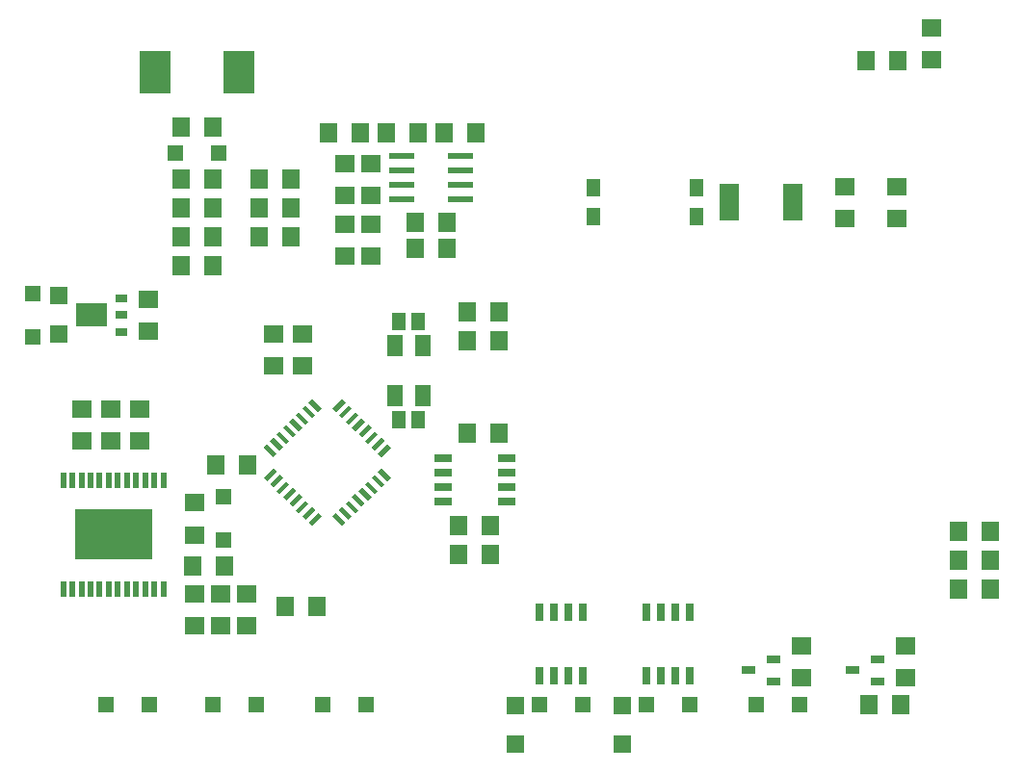
<source format=gbr>
G04 EAGLE Gerber RS-274X export*
G75*
%MOMM*%
%FSLAX34Y34*%
%LPD*%
%INSolderpaste Top*%
%IPPOS*%
%AMOC8*
5,1,8,0,0,1.08239X$1,22.5*%
G01*
%ADD10R,1.800000X3.200000*%
%ADD11R,1.600000X1.803000*%
%ADD12R,1.600000X1.800000*%
%ADD13R,2.200000X0.600000*%
%ADD14R,1.803000X1.600000*%
%ADD15R,1.800000X1.600000*%
%ADD16R,1.270000X0.635000*%
%ADD17R,1.400000X1.400000*%
%ADD18R,1.300000X1.500000*%
%ADD19R,1.100000X0.700000*%
%ADD20R,2.800000X2.000000*%
%ADD21R,1.200000X0.400000*%
%ADD22R,1.524000X0.711200*%
%ADD23R,1.400000X1.900000*%
%ADD24R,0.500000X1.400000*%
%ADD25R,6.800000X4.400000*%
%ADD26R,1.600000X1.600000*%
%ADD27R,2.800000X3.800000*%
%ADD28R,0.711200X1.524000*%


D10*
X713800Y508000D03*
X657800Y508000D03*
D11*
X448560Y198120D03*
X420120Y198120D03*
X204720Y574040D03*
X176280Y574040D03*
D12*
X176500Y528320D03*
X204500Y528320D03*
D11*
X204720Y477520D03*
X176280Y477520D03*
D12*
X176500Y452120D03*
X204500Y452120D03*
D11*
X435860Y568960D03*
X407420Y568960D03*
X385060Y568960D03*
X356620Y568960D03*
D13*
X422240Y523240D03*
X370240Y523240D03*
X422240Y510540D03*
X422240Y535940D03*
X422240Y548640D03*
X370240Y510540D03*
X370240Y535940D03*
X370240Y548640D03*
D11*
X382020Y490220D03*
X410460Y490220D03*
D14*
X342900Y514100D03*
X342900Y542540D03*
X342900Y460760D03*
X342900Y489200D03*
D11*
X305820Y568960D03*
X334260Y568960D03*
D15*
X320040Y542320D03*
X320040Y514320D03*
X320040Y460980D03*
X320040Y488980D03*
D14*
X721360Y89920D03*
X721360Y118360D03*
D16*
X696800Y86520D03*
X674800Y96520D03*
X696800Y106520D03*
D14*
X812800Y89920D03*
X812800Y118360D03*
D16*
X788240Y86520D03*
X766240Y96520D03*
X788240Y106520D03*
D11*
X427740Y411480D03*
X456180Y411480D03*
D12*
X455960Y386080D03*
X427960Y386080D03*
D11*
X859540Y193040D03*
X887980Y193040D03*
D12*
X859760Y167640D03*
X887760Y167640D03*
D11*
X859540Y218440D03*
X887980Y218440D03*
D14*
X835660Y661920D03*
X835660Y633480D03*
X805180Y522220D03*
X805180Y493780D03*
D17*
X45720Y389940D03*
X45720Y427940D03*
X720040Y66040D03*
X682040Y66040D03*
D18*
X629200Y495300D03*
X629200Y520700D03*
X539200Y520700D03*
X539200Y495300D03*
D19*
X124180Y423940D03*
X124180Y393940D03*
D20*
X97680Y408940D03*
D19*
X124180Y408940D03*
D14*
X187960Y135640D03*
X187960Y164080D03*
D15*
X233680Y135860D03*
X233680Y163860D03*
D14*
X210820Y135640D03*
X210820Y164080D03*
D12*
X382240Y467360D03*
X410240Y467360D03*
D14*
X759460Y493780D03*
X759460Y522220D03*
D11*
X778260Y632460D03*
X806700Y632460D03*
D21*
G36*
X329549Y251822D02*
X338033Y243338D01*
X335205Y240510D01*
X326721Y248994D01*
X329549Y251822D01*
G37*
G36*
X323892Y246165D02*
X332376Y237681D01*
X329548Y234853D01*
X321064Y243337D01*
X323892Y246165D01*
G37*
G36*
X318235Y240508D02*
X326719Y232024D01*
X323891Y229196D01*
X315407Y237680D01*
X318235Y240508D01*
G37*
G36*
X312579Y234851D02*
X321063Y226367D01*
X318235Y223539D01*
X309751Y232023D01*
X312579Y234851D01*
G37*
G36*
X335206Y257479D02*
X343690Y248995D01*
X340862Y246167D01*
X332378Y254651D01*
X335206Y257479D01*
G37*
G36*
X340863Y263136D02*
X349347Y254652D01*
X346519Y251824D01*
X338035Y260308D01*
X340863Y263136D01*
G37*
G36*
X346520Y268793D02*
X355004Y260309D01*
X352176Y257481D01*
X343692Y265965D01*
X346520Y268793D01*
G37*
G36*
X352177Y274449D02*
X360661Y265965D01*
X357833Y263137D01*
X349349Y271621D01*
X352177Y274449D01*
G37*
G36*
X268738Y312633D02*
X277222Y304149D01*
X274394Y301321D01*
X265910Y309805D01*
X268738Y312633D01*
G37*
G36*
X263081Y306976D02*
X271565Y298492D01*
X268737Y295664D01*
X260253Y304148D01*
X263081Y306976D01*
G37*
G36*
X257424Y301319D02*
X265908Y292835D01*
X263080Y290007D01*
X254596Y298491D01*
X257424Y301319D01*
G37*
G36*
X251767Y295663D02*
X260251Y287179D01*
X257423Y284351D01*
X248939Y292835D01*
X251767Y295663D01*
G37*
G36*
X274395Y318290D02*
X282879Y309806D01*
X280051Y306978D01*
X271567Y315462D01*
X274395Y318290D01*
G37*
G36*
X280052Y323947D02*
X288536Y315463D01*
X285708Y312635D01*
X277224Y321119D01*
X280052Y323947D01*
G37*
G36*
X285709Y329604D02*
X294193Y321120D01*
X291365Y318292D01*
X282881Y326776D01*
X285709Y329604D01*
G37*
G36*
X291365Y335261D02*
X299849Y326777D01*
X297021Y323949D01*
X288537Y332433D01*
X291365Y335261D01*
G37*
G36*
X271567Y243338D02*
X280051Y251822D01*
X282879Y248994D01*
X274395Y240510D01*
X271567Y243338D01*
G37*
G36*
X277224Y237681D02*
X285708Y246165D01*
X288536Y243337D01*
X280052Y234853D01*
X277224Y237681D01*
G37*
G36*
X282881Y232024D02*
X291365Y240508D01*
X294193Y237680D01*
X285709Y229196D01*
X282881Y232024D01*
G37*
G36*
X288537Y226367D02*
X297021Y234851D01*
X299849Y232023D01*
X291365Y223539D01*
X288537Y226367D01*
G37*
G36*
X265910Y248995D02*
X274394Y257479D01*
X277222Y254651D01*
X268738Y246167D01*
X265910Y248995D01*
G37*
G36*
X260253Y254652D02*
X268737Y263136D01*
X271565Y260308D01*
X263081Y251824D01*
X260253Y254652D01*
G37*
G36*
X254596Y260309D02*
X263080Y268793D01*
X265908Y265965D01*
X257424Y257481D01*
X254596Y260309D01*
G37*
G36*
X248939Y265965D02*
X257423Y274449D01*
X260251Y271621D01*
X251767Y263137D01*
X248939Y265965D01*
G37*
G36*
X332378Y304149D02*
X340862Y312633D01*
X343690Y309805D01*
X335206Y301321D01*
X332378Y304149D01*
G37*
G36*
X338035Y298492D02*
X346519Y306976D01*
X349347Y304148D01*
X340863Y295664D01*
X338035Y298492D01*
G37*
G36*
X343692Y292835D02*
X352176Y301319D01*
X355004Y298491D01*
X346520Y290007D01*
X343692Y292835D01*
G37*
G36*
X349349Y287179D02*
X357833Y295663D01*
X360661Y292835D01*
X352177Y284351D01*
X349349Y287179D01*
G37*
G36*
X326721Y309806D02*
X335205Y318290D01*
X338033Y315462D01*
X329549Y306978D01*
X326721Y309806D01*
G37*
G36*
X321064Y315463D02*
X329548Y323947D01*
X332376Y321119D01*
X323892Y312635D01*
X321064Y315463D01*
G37*
G36*
X315407Y321120D02*
X323891Y329604D01*
X326719Y326776D01*
X318235Y318292D01*
X315407Y321120D01*
G37*
G36*
X309751Y326777D02*
X318235Y335261D01*
X321063Y332433D01*
X312579Y323949D01*
X309751Y326777D01*
G37*
D15*
X257810Y392460D03*
X257810Y364460D03*
X283210Y364460D03*
X283210Y392460D03*
D22*
X406400Y283210D03*
X406400Y270510D03*
X406400Y257810D03*
X406400Y245110D03*
X462280Y245110D03*
X462280Y257810D03*
X462280Y270510D03*
X462280Y283210D03*
D11*
X780800Y66040D03*
X809240Y66040D03*
D23*
X364560Y382200D03*
X364560Y338200D03*
X388560Y338200D03*
X388560Y382200D03*
D18*
X384900Y316870D03*
X367900Y316870D03*
X367900Y403230D03*
X384900Y403230D03*
D12*
X267940Y152400D03*
X295940Y152400D03*
D24*
X160840Y263900D03*
X152840Y263900D03*
X144840Y263900D03*
X136840Y263900D03*
X128840Y263900D03*
X120840Y263900D03*
X112840Y263900D03*
X104840Y263900D03*
X96840Y263900D03*
X88840Y263900D03*
X80840Y263900D03*
X72840Y263900D03*
X72840Y167900D03*
X80840Y167900D03*
X88840Y167900D03*
X96840Y167900D03*
X104840Y167900D03*
X112840Y167900D03*
X120840Y167900D03*
X128840Y167900D03*
X136840Y167900D03*
X144840Y167900D03*
X152840Y167900D03*
X160840Y167900D03*
D25*
X116840Y215900D03*
D14*
X88900Y298200D03*
X88900Y326640D03*
X114300Y298200D03*
X114300Y326640D03*
X139700Y298200D03*
X139700Y326640D03*
D11*
X206760Y276860D03*
X235200Y276860D03*
D17*
X110540Y66040D03*
X148540Y66040D03*
X204520Y66040D03*
X242520Y66040D03*
X301040Y66040D03*
X339040Y66040D03*
D14*
X187960Y244090D03*
X187960Y215650D03*
D17*
X213360Y210870D03*
X213360Y248870D03*
D12*
X214660Y187960D03*
X186660Y187960D03*
D26*
X68580Y391940D03*
X68580Y425940D03*
D11*
X427740Y304800D03*
X456180Y304800D03*
D12*
X448340Y223520D03*
X420340Y223520D03*
D27*
X153500Y622300D03*
X227500Y622300D03*
D28*
X529590Y147320D03*
X516890Y147320D03*
X504190Y147320D03*
X491490Y147320D03*
X491490Y91440D03*
X504190Y91440D03*
X516890Y91440D03*
X529590Y91440D03*
D17*
X529540Y66040D03*
X491540Y66040D03*
D28*
X623570Y147320D03*
X610870Y147320D03*
X598170Y147320D03*
X585470Y147320D03*
X585470Y91440D03*
X598170Y91440D03*
X610870Y91440D03*
X623570Y91440D03*
D17*
X623520Y66040D03*
X585520Y66040D03*
D11*
X273300Y528320D03*
X244860Y528320D03*
D12*
X273080Y502920D03*
X245080Y502920D03*
D15*
X147320Y422940D03*
X147320Y394940D03*
D17*
X171500Y551180D03*
X209500Y551180D03*
D11*
X204720Y502920D03*
X176280Y502920D03*
X244860Y477520D03*
X273300Y477520D03*
D26*
X469900Y65260D03*
X469900Y31260D03*
X563880Y65260D03*
X563880Y31260D03*
M02*

</source>
